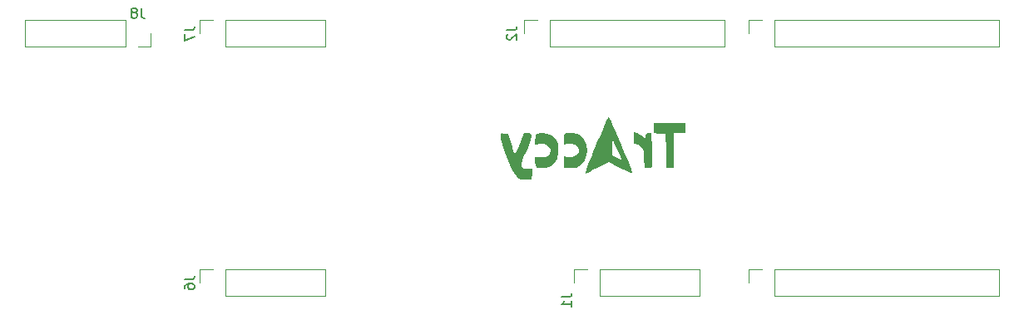
<source format=gbr>
%TF.GenerationSoftware,KiCad,Pcbnew,8.0.2-8.0.2-0~ubuntu22.04.1*%
%TF.CreationDate,2024-05-31T00:48:12+02:00*%
%TF.ProjectId,Version 1,56657273-696f-46e2-9031-2e6b69636164,1*%
%TF.SameCoordinates,Original*%
%TF.FileFunction,Legend,Bot*%
%TF.FilePolarity,Positive*%
%FSLAX46Y46*%
G04 Gerber Fmt 4.6, Leading zero omitted, Abs format (unit mm)*
G04 Created by KiCad (PCBNEW 8.0.2-8.0.2-0~ubuntu22.04.1) date 2024-05-31 00:48:12*
%MOMM*%
%LPD*%
G01*
G04 APERTURE LIST*
%ADD10C,0.150000*%
%ADD11C,0.120000*%
%ADD12C,0.000000*%
G04 APERTURE END LIST*
D10*
X58238333Y-43915819D02*
X58238333Y-44630104D01*
X58238333Y-44630104D02*
X58285952Y-44772961D01*
X58285952Y-44772961D02*
X58381190Y-44868200D01*
X58381190Y-44868200D02*
X58524047Y-44915819D01*
X58524047Y-44915819D02*
X58619285Y-44915819D01*
X57619285Y-44344390D02*
X57714523Y-44296771D01*
X57714523Y-44296771D02*
X57762142Y-44249152D01*
X57762142Y-44249152D02*
X57809761Y-44153914D01*
X57809761Y-44153914D02*
X57809761Y-44106295D01*
X57809761Y-44106295D02*
X57762142Y-44011057D01*
X57762142Y-44011057D02*
X57714523Y-43963438D01*
X57714523Y-43963438D02*
X57619285Y-43915819D01*
X57619285Y-43915819D02*
X57428809Y-43915819D01*
X57428809Y-43915819D02*
X57333571Y-43963438D01*
X57333571Y-43963438D02*
X57285952Y-44011057D01*
X57285952Y-44011057D02*
X57238333Y-44106295D01*
X57238333Y-44106295D02*
X57238333Y-44153914D01*
X57238333Y-44153914D02*
X57285952Y-44249152D01*
X57285952Y-44249152D02*
X57333571Y-44296771D01*
X57333571Y-44296771D02*
X57428809Y-44344390D01*
X57428809Y-44344390D02*
X57619285Y-44344390D01*
X57619285Y-44344390D02*
X57714523Y-44392009D01*
X57714523Y-44392009D02*
X57762142Y-44439628D01*
X57762142Y-44439628D02*
X57809761Y-44534866D01*
X57809761Y-44534866D02*
X57809761Y-44725342D01*
X57809761Y-44725342D02*
X57762142Y-44820580D01*
X57762142Y-44820580D02*
X57714523Y-44868200D01*
X57714523Y-44868200D02*
X57619285Y-44915819D01*
X57619285Y-44915819D02*
X57428809Y-44915819D01*
X57428809Y-44915819D02*
X57333571Y-44868200D01*
X57333571Y-44868200D02*
X57285952Y-44820580D01*
X57285952Y-44820580D02*
X57238333Y-44725342D01*
X57238333Y-44725342D02*
X57238333Y-44534866D01*
X57238333Y-44534866D02*
X57285952Y-44439628D01*
X57285952Y-44439628D02*
X57333571Y-44392009D01*
X57333571Y-44392009D02*
X57428809Y-44344390D01*
X95454819Y-46148666D02*
X96169104Y-46148666D01*
X96169104Y-46148666D02*
X96311961Y-46101047D01*
X96311961Y-46101047D02*
X96407200Y-46005809D01*
X96407200Y-46005809D02*
X96454819Y-45862952D01*
X96454819Y-45862952D02*
X96454819Y-45767714D01*
X95550057Y-46577238D02*
X95502438Y-46624857D01*
X95502438Y-46624857D02*
X95454819Y-46720095D01*
X95454819Y-46720095D02*
X95454819Y-46958190D01*
X95454819Y-46958190D02*
X95502438Y-47053428D01*
X95502438Y-47053428D02*
X95550057Y-47101047D01*
X95550057Y-47101047D02*
X95645295Y-47148666D01*
X95645295Y-47148666D02*
X95740533Y-47148666D01*
X95740533Y-47148666D02*
X95883390Y-47101047D01*
X95883390Y-47101047D02*
X96454819Y-46529619D01*
X96454819Y-46529619D02*
X96454819Y-47148666D01*
X62644819Y-71554666D02*
X63359104Y-71554666D01*
X63359104Y-71554666D02*
X63501961Y-71507047D01*
X63501961Y-71507047D02*
X63597200Y-71411809D01*
X63597200Y-71411809D02*
X63644819Y-71268952D01*
X63644819Y-71268952D02*
X63644819Y-71173714D01*
X62644819Y-72459428D02*
X62644819Y-72268952D01*
X62644819Y-72268952D02*
X62692438Y-72173714D01*
X62692438Y-72173714D02*
X62740057Y-72126095D01*
X62740057Y-72126095D02*
X62882914Y-72030857D01*
X62882914Y-72030857D02*
X63073390Y-71983238D01*
X63073390Y-71983238D02*
X63454342Y-71983238D01*
X63454342Y-71983238D02*
X63549580Y-72030857D01*
X63549580Y-72030857D02*
X63597200Y-72078476D01*
X63597200Y-72078476D02*
X63644819Y-72173714D01*
X63644819Y-72173714D02*
X63644819Y-72364190D01*
X63644819Y-72364190D02*
X63597200Y-72459428D01*
X63597200Y-72459428D02*
X63549580Y-72507047D01*
X63549580Y-72507047D02*
X63454342Y-72554666D01*
X63454342Y-72554666D02*
X63216247Y-72554666D01*
X63216247Y-72554666D02*
X63121009Y-72507047D01*
X63121009Y-72507047D02*
X63073390Y-72459428D01*
X63073390Y-72459428D02*
X63025771Y-72364190D01*
X63025771Y-72364190D02*
X63025771Y-72173714D01*
X63025771Y-72173714D02*
X63073390Y-72078476D01*
X63073390Y-72078476D02*
X63121009Y-72030857D01*
X63121009Y-72030857D02*
X63216247Y-71983238D01*
X101042819Y-73332666D02*
X101757104Y-73332666D01*
X101757104Y-73332666D02*
X101899961Y-73285047D01*
X101899961Y-73285047D02*
X101995200Y-73189809D01*
X101995200Y-73189809D02*
X102042819Y-73046952D01*
X102042819Y-73046952D02*
X102042819Y-72951714D01*
X102042819Y-74332666D02*
X102042819Y-73761238D01*
X102042819Y-74046952D02*
X101042819Y-74046952D01*
X101042819Y-74046952D02*
X101185676Y-73951714D01*
X101185676Y-73951714D02*
X101280914Y-73856476D01*
X101280914Y-73856476D02*
X101328533Y-73761238D01*
X62644819Y-46154666D02*
X63359104Y-46154666D01*
X63359104Y-46154666D02*
X63501961Y-46107047D01*
X63501961Y-46107047D02*
X63597200Y-46011809D01*
X63597200Y-46011809D02*
X63644819Y-45868952D01*
X63644819Y-45868952D02*
X63644819Y-45773714D01*
X62644819Y-46535619D02*
X62644819Y-47202285D01*
X62644819Y-47202285D02*
X63644819Y-46773714D01*
D11*
%TO.C,J8*%
X46410000Y-45158000D02*
X46410000Y-47818000D01*
X46410000Y-45158000D02*
X56630000Y-45158000D01*
X46410000Y-47818000D02*
X56630000Y-47818000D01*
X56630000Y-45158000D02*
X56630000Y-47818000D01*
X59230000Y-46488000D02*
X59230000Y-47818000D01*
X59230000Y-47818000D02*
X57900000Y-47818000D01*
D12*
%TO.C,G\u002A\u002A\u002A*%
G36*
X114276322Y-62094390D02*
G01*
X114222509Y-62148203D01*
X114168695Y-62094390D01*
X114222509Y-62040576D01*
X114276322Y-62094390D01*
G37*
G36*
X114276322Y-54399051D02*
G01*
X114268555Y-54456028D01*
X114204571Y-54470802D01*
X114191690Y-54455027D01*
X114204571Y-54327299D01*
X114236943Y-54310461D01*
X114276322Y-54399051D01*
G37*
G36*
X113630560Y-56121085D02*
G01*
X113630560Y-56659220D01*
X113038611Y-56659220D01*
X112446661Y-56659220D01*
X112446661Y-58441565D01*
X112446661Y-60223909D01*
X112051983Y-60190505D01*
X111657304Y-60157101D01*
X111648381Y-58435068D01*
X111639458Y-56713034D01*
X111024414Y-56680870D01*
X110409369Y-56648706D01*
X110432465Y-56116008D01*
X110455560Y-55583310D01*
X112043060Y-55583130D01*
X113630560Y-55582949D01*
X113630560Y-56121085D01*
G37*
G36*
X108696946Y-56664163D02*
G01*
X108994074Y-56793032D01*
X109288896Y-56998292D01*
X109540729Y-57234878D01*
X109540729Y-56947049D01*
X109547872Y-56820779D01*
X109628649Y-56689343D01*
X109853951Y-56659220D01*
X110167173Y-56659220D01*
X110208133Y-58354347D01*
X110215654Y-58703975D01*
X110223357Y-59248978D01*
X110224591Y-59695228D01*
X110219366Y-60003923D01*
X110207691Y-60136260D01*
X110205820Y-60139620D01*
X110073715Y-60188548D01*
X109826603Y-60190074D01*
X109486916Y-60157101D01*
X109433102Y-59205673D01*
X109412217Y-58872649D01*
X109375726Y-58521935D01*
X109318434Y-58295111D01*
X109224308Y-58137612D01*
X109077312Y-57994868D01*
X109044638Y-57967782D01*
X108784842Y-57802867D01*
X108566084Y-57735491D01*
X108501031Y-57730468D01*
X108408784Y-57667402D01*
X108366785Y-57491212D01*
X108356831Y-57151055D01*
X108356831Y-56566619D01*
X108696946Y-56664163D01*
G37*
G36*
X102172774Y-56649808D02*
G01*
X102556585Y-56716867D01*
X102846981Y-56825455D01*
X102933182Y-56881003D01*
X103304822Y-57266987D01*
X103539480Y-57793691D01*
X103621238Y-58428159D01*
X103578825Y-58883436D01*
X103392105Y-59435514D01*
X103076210Y-59866088D01*
X102652594Y-60137305D01*
X102547061Y-60159012D01*
X102260177Y-60178911D01*
X101899204Y-60177911D01*
X101307255Y-60157101D01*
X101274516Y-59586088D01*
X101241778Y-59015075D01*
X101626098Y-59087174D01*
X101646505Y-59090835D01*
X102103528Y-59087199D01*
X102495766Y-58931654D01*
X102761408Y-58648104D01*
X102808248Y-58551586D01*
X102835272Y-58350481D01*
X102720621Y-58118775D01*
X102534226Y-57917926D01*
X102145042Y-57759064D01*
X101624293Y-57769404D01*
X101253441Y-57829585D01*
X101253441Y-57304568D01*
X101259986Y-57128101D01*
X101302291Y-56848881D01*
X101370884Y-56706967D01*
X101468091Y-56667824D01*
X101781344Y-56631164D01*
X102172774Y-56649808D01*
G37*
G36*
X99535389Y-56676163D02*
G01*
X100041871Y-56879480D01*
X100411676Y-57245244D01*
X100638317Y-57766193D01*
X100715306Y-58435068D01*
X100711876Y-58592524D01*
X100608044Y-59216180D01*
X100356996Y-59687698D01*
X99955279Y-60014252D01*
X99766522Y-60093630D01*
X99333772Y-60189010D01*
X98882108Y-60209564D01*
X98517752Y-60145587D01*
X98463852Y-60113079D01*
X98374771Y-59930204D01*
X98347509Y-59574851D01*
X98347509Y-59069444D01*
X98948787Y-59075137D01*
X99061401Y-59075383D01*
X99389878Y-59053472D01*
X99596904Y-58978133D01*
X99755991Y-58826746D01*
X99791979Y-58781110D01*
X99939359Y-58508096D01*
X99905426Y-58264402D01*
X99684818Y-57986745D01*
X99640955Y-57943837D01*
X99445112Y-57797172D01*
X99221132Y-57744624D01*
X98877615Y-57760584D01*
X98347509Y-57811521D01*
X98347509Y-57295536D01*
X98353628Y-57127727D01*
X98395840Y-56849150D01*
X98464952Y-56706967D01*
X98528768Y-56684096D01*
X98774688Y-56648438D01*
X99106415Y-56634383D01*
X99535389Y-56676163D01*
G37*
G36*
X97686535Y-56659611D02*
G01*
X97904859Y-56682714D01*
X97982604Y-56781058D01*
X97978856Y-57009008D01*
X97977536Y-57022009D01*
X97916818Y-57266974D01*
X97785100Y-57652383D01*
X97600742Y-58127957D01*
X97382100Y-58643414D01*
X97248165Y-58949112D01*
X97038350Y-59462522D01*
X96927832Y-59822623D01*
X96918992Y-60056154D01*
X97014207Y-60189856D01*
X97215855Y-60250467D01*
X97526316Y-60264729D01*
X98024976Y-60264729D01*
X98024802Y-60758020D01*
X98021666Y-60903947D01*
X97995975Y-61180611D01*
X97952876Y-61323062D01*
X97895761Y-61347604D01*
X97667795Y-61381511D01*
X97343741Y-61394813D01*
X97284625Y-61394106D01*
X96974812Y-61357215D01*
X96706350Y-61248202D01*
X96462101Y-61044705D01*
X96224925Y-60724363D01*
X95977683Y-60264817D01*
X95703235Y-59643706D01*
X95384442Y-58838669D01*
X95200800Y-58348883D01*
X95022106Y-57846065D01*
X94891466Y-57447239D01*
X94819296Y-57184446D01*
X94816008Y-57089729D01*
X94863916Y-57041507D01*
X94847386Y-56867411D01*
X94841894Y-56849768D01*
X94826171Y-56716689D01*
X94924544Y-56668952D01*
X95186517Y-56679064D01*
X95596210Y-56713034D01*
X95913091Y-57762398D01*
X96011366Y-58076184D01*
X96141724Y-58455833D01*
X96245570Y-58715529D01*
X96306589Y-58811762D01*
X96353928Y-58752340D01*
X96464850Y-58527741D01*
X96615367Y-58174925D01*
X96786916Y-57735491D01*
X97190625Y-56659220D01*
X97598692Y-56659220D01*
X97686535Y-56659611D01*
G37*
G36*
X107761412Y-59407367D02*
G01*
X107933659Y-59836302D01*
X108049245Y-60139311D01*
X108094975Y-60285486D01*
X108122682Y-60440823D01*
X108191590Y-60635274D01*
X108221385Y-60693441D01*
X108205530Y-60733069D01*
X108096411Y-60708354D01*
X107869988Y-60609821D01*
X107502221Y-60427995D01*
X106969072Y-60153401D01*
X105822648Y-59557751D01*
X104695036Y-60151091D01*
X104259590Y-60377030D01*
X103878606Y-60568471D01*
X103606168Y-60698365D01*
X103482917Y-60746741D01*
X103453856Y-60705260D01*
X103506037Y-60547948D01*
X103559210Y-60417920D01*
X103559221Y-60292401D01*
X103564339Y-60263863D01*
X103632424Y-60074243D01*
X103766719Y-59734198D01*
X103953910Y-59275097D01*
X104109066Y-58900987D01*
X106204289Y-58900987D01*
X106694504Y-59174973D01*
X106823200Y-59246427D01*
X107007178Y-59337151D01*
X107106610Y-59347340D01*
X107120121Y-59254126D01*
X107046337Y-59034639D01*
X106883882Y-58666013D01*
X106631380Y-58125380D01*
X106220665Y-57251169D01*
X106212477Y-58076078D01*
X106204289Y-58900987D01*
X104109066Y-58900987D01*
X104180681Y-58728310D01*
X104433717Y-58125205D01*
X104699704Y-57497151D01*
X104965327Y-56875518D01*
X105217271Y-56291674D01*
X105442221Y-55776988D01*
X105626861Y-55362829D01*
X105757877Y-55080567D01*
X105821955Y-54961570D01*
X105838876Y-54980346D01*
X105927227Y-55151693D01*
X106077686Y-55475298D01*
X106277057Y-55920251D01*
X106512142Y-56455643D01*
X106769745Y-57050565D01*
X107036670Y-57674107D01*
X107299721Y-58295361D01*
X107545700Y-58883418D01*
X107698322Y-59254126D01*
X107761412Y-59407367D01*
G37*
D11*
%TO.C,J2*%
X97210000Y-45158000D02*
X98540000Y-45158000D01*
X97210000Y-46488000D02*
X97210000Y-45158000D01*
X99810000Y-47818000D02*
X99810000Y-45158000D01*
X117650000Y-45158000D02*
X99810000Y-45158000D01*
X117650000Y-47818000D02*
X99810000Y-47818000D01*
X117650000Y-47818000D02*
X117650000Y-45158000D01*
%TO.C,J6*%
X64190000Y-70558000D02*
X65520000Y-70558000D01*
X64190000Y-71888000D02*
X64190000Y-70558000D01*
X66790000Y-73218000D02*
X66790000Y-70558000D01*
X77010000Y-70558000D02*
X66790000Y-70558000D01*
X77010000Y-73218000D02*
X66790000Y-73218000D01*
X77010000Y-73218000D02*
X77010000Y-70558000D01*
%TO.C,J4*%
X120070000Y-45158000D02*
X121400000Y-45158000D01*
X120070000Y-46488000D02*
X120070000Y-45158000D01*
X122670000Y-47818000D02*
X122670000Y-45158000D01*
X145590000Y-45158000D02*
X122670000Y-45158000D01*
X145590000Y-47818000D02*
X122670000Y-47818000D01*
X145590000Y-47818000D02*
X145590000Y-45158000D01*
%TO.C,J1*%
X102290000Y-70558000D02*
X103620000Y-70558000D01*
X102290000Y-71888000D02*
X102290000Y-70558000D01*
X104890000Y-73218000D02*
X104890000Y-70558000D01*
X115110000Y-70558000D02*
X104890000Y-70558000D01*
X115110000Y-73218000D02*
X104890000Y-73218000D01*
X115110000Y-73218000D02*
X115110000Y-70558000D01*
%TO.C,J5*%
X120070000Y-70558000D02*
X121400000Y-70558000D01*
X120070000Y-71888000D02*
X120070000Y-70558000D01*
X122670000Y-73218000D02*
X122670000Y-70558000D01*
X145590000Y-70558000D02*
X122670000Y-70558000D01*
X145590000Y-73218000D02*
X122670000Y-73218000D01*
X145590000Y-73218000D02*
X145590000Y-70558000D01*
%TO.C,J7*%
X64190000Y-45158000D02*
X65520000Y-45158000D01*
X64190000Y-46488000D02*
X64190000Y-45158000D01*
X66790000Y-47818000D02*
X66790000Y-45158000D01*
X77010000Y-45158000D02*
X66790000Y-45158000D01*
X77010000Y-47818000D02*
X66790000Y-47818000D01*
X77010000Y-47818000D02*
X77010000Y-45158000D01*
%TD*%
M02*

</source>
